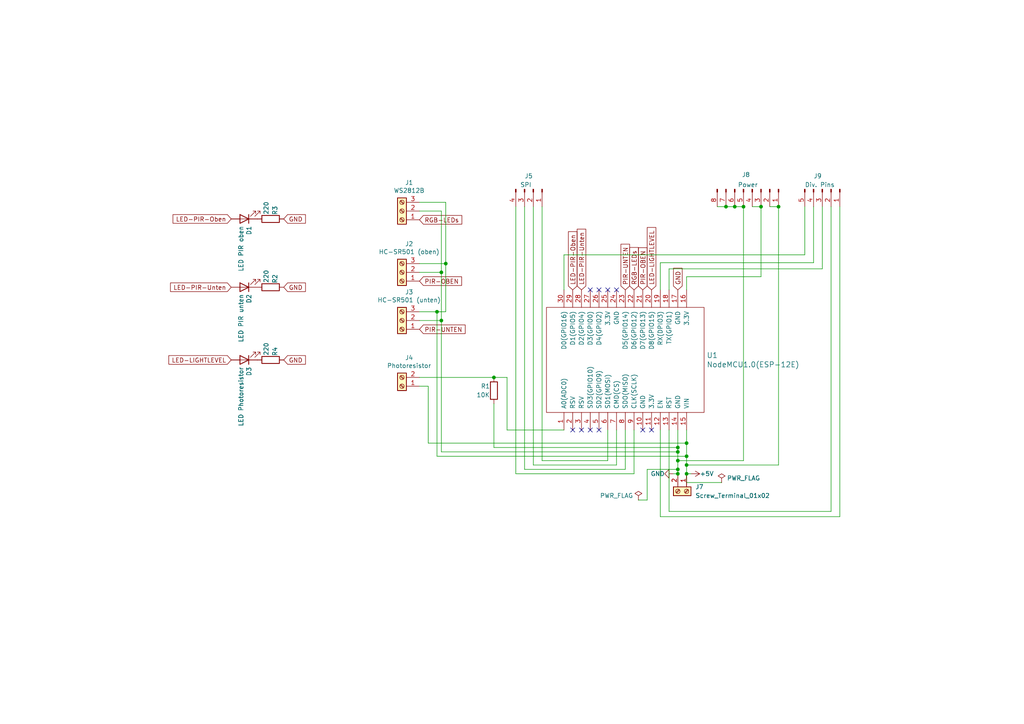
<source format=kicad_sch>
(kicad_sch (version 20250114) (generator "eeschema") (generator_version "9.0")
  (paper "A4")
  (title_block (title "RGB-Treppenbeleuchtung") (date "2021-06-22") (rev "V1.1") (company "SmartHome yourself") (comment 1 "Scheidler IT Solutions"))
  (lib_symbols
    (symbol "Connector:Screw_Terminal_01x02" (pin_names (offset 1.016) (hide yes))
      (property "Reference" "J" (at 0 2.54 0))
      (property "Value" "Screw_Terminal_01x02" (at 0 -5.08 0))
      (symbol "Screw_Terminal_01x02_1_1"
        (rectangle (start -1.27 1.27) (end 1.27 -3.81) (stroke (width 0.254)) (fill (type background)))
        (polyline (pts (xy -0.5334 0.3302) (xy 0.3302 -0.508)) (stroke (width 0.1524)))
        (polyline (pts (xy -0.5334 -2.2098) (xy 0.3302 -3.048)) (stroke (width 0.1524)))
        (polyline (pts (xy -0.3556 0.508) (xy 0.508 -0.3302)) (stroke (width 0.1524)))
        (polyline (pts (xy -0.3556 -2.032) (xy 0.508 -2.8702)) (stroke (width 0.1524)))
        (circle (center 0 0) (radius 0.635) (stroke (width 0.1524)))
        (circle (center 0 -2.54) (radius 0.635) (stroke (width 0.1524)))
        (pin passive line (at -5.08 0 0) (length 3.81) (name "Pin_1") (number "1"))
        (pin passive line (at -5.08 -2.54 0) (length 3.81) (name "Pin_2") (number "2"))
      )
    )
    (symbol "Connector:Screw_Terminal_01x03" (pin_names (offset 1.016) (hide yes))
      (property "Reference" "J" (at 0 5.08 0))
      (property "Value" "Screw_Terminal_01x03" (at 0 -5.08 0))
      (symbol "Screw_Terminal_01x03_1_1"
        (rectangle (start -1.27 3.81) (end 1.27 -3.81) (stroke (width 0.254)) (fill (type background)))
        (polyline (pts (xy -0.5334 2.8702) (xy 0.3302 2.032)) (stroke (width 0.1524)))
        (polyline (pts (xy -0.5334 0.3302) (xy 0.3302 -0.508)) (stroke (width 0.1524)))
        (polyline (pts (xy -0.5334 -2.2098) (xy 0.3302 -3.048)) (stroke (width 0.1524)))
        (polyline (pts (xy -0.3556 3.048) (xy 0.508 2.2098)) (stroke (width 0.1524)))
        (polyline (pts (xy -0.3556 0.508) (xy 0.508 -0.3302)) (stroke (width 0.1524)))
        (polyline (pts (xy -0.3556 -2.032) (xy 0.508 -2.8702)) (stroke (width 0.1524)))
        (circle (center 0 2.54) (radius 0.635) (stroke (width 0.1524)))
        (circle (center 0 0) (radius 0.635) (stroke (width 0.1524)))
        (circle (center 0 -2.54) (radius 0.635) (stroke (width 0.1524)))
        (pin passive line (at -5.08 2.54 0) (length 3.81) (name "Pin_1") (number "1"))
        (pin passive line (at -5.08 0 0) (length 3.81) (name "Pin_2") (number "2"))
        (pin passive line (at -5.08 -2.54 0) (length 3.81) (name "Pin_3") (number "3"))
      )
    )
    (symbol "Device:LED" (pin_numbers (hide yes)) (pin_names (offset 1.016) (hide yes))
      (property "Reference" "D" (at 0 2.54 0))
      (property "Value" "LED" (at 0 -2.54 0))
      (symbol "LED_0_1"
        (polyline (pts (xy -3.048 -0.762) (xy -4.572 -2.286) (xy -3.81 -2.286) (xy -4.572 -2.286) (xy -4.572 -1.524)))
        (polyline (pts (xy -1.778 -0.762) (xy -3.302 -2.286) (xy -2.54 -2.286) (xy -3.302 -2.286) (xy -3.302 -1.524)))
        (polyline (pts (xy -1.27 0) (xy 1.27 0)))
        (polyline (pts (xy -1.27 -1.27) (xy -1.27 1.27)) (stroke (width 0.254)))
        (polyline (pts (xy 1.27 -1.27) (xy 1.27 1.27) (xy -1.27 0) (xy 1.27 -1.27)) (stroke (width 0.254)))
      )
      (symbol "LED_1_1"
        (pin passive line (at -3.81 0 0) (length 2.54) (name "K") (number "1"))
        (pin passive line (at 3.81 0 180) (length 2.54) (name "A") (number "2"))
      )
    )
    (symbol "Device:R" (pin_numbers (hide yes)) (pin_names (offset 0))
      (property "Reference" "R" (at 2.032 0 90))
      (property "Value" "R" (at 0 0 90))
      (symbol "R_0_1"
        (rectangle (start -1.016 -2.54) (end 1.016 2.54) (stroke (width 0.254)))
      )
      (symbol "R_1_1"
        (pin passive line (at 0 3.81 270) (length 1.27) (name "~") (number "1"))
        (pin passive line (at 0 -3.81 90) (length 1.27) (name "~") (number "2"))
      )
    )
    (symbol "RGB_Treppe-rescue:Conn_01x04_Male-Connector" (pin_names (offset 1.016) (hide yes))
      (property "Reference" "J" (at 0 5.08 0))
      (property "Value" "Connector_Conn_01x04_Male" (at 0 -7.62 0))
      (symbol "Conn_01x04_Male-Connector_1_1"
        (rectangle (start 0.8636 2.667) (end 0 2.413) (stroke (width 0.1524)) (fill (type outline)))
        (rectangle (start 0.8636 0.127) (end 0 -0.127) (stroke (width 0.1524)) (fill (type outline)))
        (rectangle (start 0.8636 -2.413) (end 0 -2.667) (stroke (width 0.1524)) (fill (type outline)))
        (rectangle (start 0.8636 -4.953) (end 0 -5.207) (stroke (width 0.1524)) (fill (type outline)))
        (polyline (pts (xy 1.27 2.54) (xy 0.8636 2.54)) (stroke (width 0.1524)))
        (polyline (pts (xy 1.27 0) (xy 0.8636 0)) (stroke (width 0.1524)))
        (polyline (pts (xy 1.27 -2.54) (xy 0.8636 -2.54)) (stroke (width 0.1524)))
        (polyline (pts (xy 1.27 -5.08) (xy 0.8636 -5.08)) (stroke (width 0.1524)))
        (pin passive line (at 5.08 2.54 180) (length 3.81) (name "Pin_1") (number "1"))
        (pin passive line (at 5.08 0 180) (length 3.81) (name "Pin_2") (number "2"))
        (pin passive line (at 5.08 -2.54 180) (length 3.81) (name "Pin_3") (number "3"))
        (pin passive line (at 5.08 -5.08 180) (length 3.81) (name "Pin_4") (number "4"))
      )
    )
    (symbol "RGB_Treppe-rescue:Conn_01x05_Male-Connector" (pin_names (offset 1.016) (hide yes))
      (property "Reference" "J" (at 0 7.62 0))
      (property "Value" "Connector_Conn_01x05_Male" (at 0 -7.62 0))
      (symbol "Conn_01x05_Male-Connector_1_1"
        (rectangle (start 0.8636 5.207) (end 0 4.953) (stroke (width 0.1524)) (fill (type outline)))
        (rectangle (start 0.8636 2.667) (end 0 2.413) (stroke (width 0.1524)) (fill (type outline)))
        (rectangle (start 0.8636 0.127) (end 0 -0.127) (stroke (width 0.1524)) (fill (type outline)))
        (rectangle (start 0.8636 -2.413) (end 0 -2.667) (stroke (width 0.1524)) (fill (type outline)))
        (rectangle (start 0.8636 -4.953) (end 0 -5.207) (stroke (width 0.1524)) (fill (type outline)))
        (polyline (pts (xy 1.27 5.08) (xy 0.8636 5.08)) (stroke (width 0.1524)))
        (polyline (pts (xy 1.27 2.54) (xy 0.8636 2.54)) (stroke (width 0.1524)))
        (polyline (pts (xy 1.27 0) (xy 0.8636 0)) (stroke (width 0.1524)))
        (polyline (pts (xy 1.27 -2.54) (xy 0.8636 -2.54)) (stroke (width 0.1524)))
        (polyline (pts (xy 1.27 -5.08) (xy 0.8636 -5.08)) (stroke (width 0.1524)))
        (pin passive line (at 5.08 5.08 180) (length 3.81) (name "Pin_1") (number "1"))
        (pin passive line (at 5.08 2.54 180) (length 3.81) (name "Pin_2") (number "2"))
        (pin passive line (at 5.08 0 180) (length 3.81) (name "Pin_3") (number "3"))
        (pin passive line (at 5.08 -2.54 180) (length 3.81) (name "Pin_4") (number "4"))
        (pin passive line (at 5.08 -5.08 180) (length 3.81) (name "Pin_5") (number "5"))
      )
    )
    (symbol "RGB_Treppe-rescue:Conn_01x08_Male-Connector" (pin_names (offset 1.016) (hide yes))
      (property "Reference" "J" (at 0 10.16 0))
      (property "Value" "Connector_Conn_01x08_Male" (at 0 -12.7 0))
      (symbol "Conn_01x08_Male-Connector_1_1"
        (rectangle (start 0.8636 7.747) (end 0 7.493) (stroke (width 0.1524)) (fill (type outline)))
        (rectangle (start 0.8636 5.207) (end 0 4.953) (stroke (width 0.1524)) (fill (type outline)))
        (rectangle (start 0.8636 2.667) (end 0 2.413) (stroke (width 0.1524)) (fill (type outline)))
        (rectangle (start 0.8636 0.127) (end 0 -0.127) (stroke (width 0.1524)) (fill (type outline)))
        (rectangle (start 0.8636 -2.413) (end 0 -2.667) (stroke (width 0.1524)) (fill (type outline)))
        (rectangle (start 0.8636 -4.953) (end 0 -5.207) (stroke (width 0.1524)) (fill (type outline)))
        (rectangle (start 0.8636 -7.493) (end 0 -7.747) (stroke (width 0.1524)) (fill (type outline)))
        (rectangle (start 0.8636 -10.033) (end 0 -10.287) (stroke (width 0.1524)) (fill (type outline)))
        (polyline (pts (xy 1.27 7.62) (xy 0.8636 7.62)) (stroke (width 0.1524)))
        (polyline (pts (xy 1.27 5.08) (xy 0.8636 5.08)) (stroke (width 0.1524)))
        (polyline (pts (xy 1.27 2.54) (xy 0.8636 2.54)) (stroke (width 0.1524)))
        (polyline (pts (xy 1.27 0) (xy 0.8636 0)) (stroke (width 0.1524)))
        (polyline (pts (xy 1.27 -2.54) (xy 0.8636 -2.54)) (stroke (width 0.1524)))
        (polyline (pts (xy 1.27 -5.08) (xy 0.8636 -5.08)) (stroke (width 0.1524)))
        (polyline (pts (xy 1.27 -7.62) (xy 0.8636 -7.62)) (stroke (width 0.1524)))
        (polyline (pts (xy 1.27 -10.16) (xy 0.8636 -10.16)) (stroke (width 0.1524)))
        (pin passive line (at 5.08 7.62 180) (length 3.81) (name "Pin_1") (number "1"))
        (pin passive line (at 5.08 5.08 180) (length 3.81) (name "Pin_2") (number "2"))
        (pin passive line (at 5.08 2.54 180) (length 3.81) (name "Pin_3") (number "3"))
        (pin passive line (at 5.08 0 180) (length 3.81) (name "Pin_4") (number "4"))
        (pin passive line (at 5.08 -2.54 180) (length 3.81) (name "Pin_5") (number "5"))
        (pin passive line (at 5.08 -5.08 180) (length 3.81) (name "Pin_6") (number "6"))
        (pin passive line (at 5.08 -7.62 180) (length 3.81) (name "Pin_7") (number "7"))
        (pin passive line (at 5.08 -10.16 180) (length 3.81) (name "Pin_8") (number "8"))
      )
    )
    (symbol "RGB_Treppe-rescue:NodeMCU1.0(ESP-12E)-mcu" (pin_names (offset 1.016))
      (property "Reference" "U" (at 0 21.59 0))
      (property "Value" "mcu_NodeMCU1.0(ESP-12E)" (at 0 -21.59 0))
      (symbol "NodeMCU1.0(ESP-12E)-mcu_0_1"
        (rectangle (start -15.24 -22.86) (end 15.24 22.86))
      )
      (symbol "NodeMCU1.0(ESP-12E)-mcu_1_1"
        (pin input line (at -20.32 17.78 0) (length 5.08) (name "A0(ADC0)") (number "1"))
        (pin input line (at -20.32 15.24 0) (length 5.08) (name "RSV") (number "2"))
        (pin input line (at -20.32 12.7 0) (length 5.08) (name "RSV") (number "3"))
        (pin input line (at -20.32 10.16 0) (length 5.08) (name "SD3(GPIO10)") (number "4"))
        (pin input line (at -20.32 7.62 0) (length 5.08) (name "SD2(GPIO9)") (number "5"))
        (pin input line (at -20.32 5.08 0) (length 5.08) (name "SD1(MOSI)") (number "6"))
        (pin input line (at -20.32 2.54 0) (length 5.08) (name "CMD(CS)") (number "7"))
        (pin input line (at -20.32 0 0) (length 5.08) (name "SDO(MISO)") (number "8"))
        (pin input line (at -20.32 -2.54 0) (length 5.08) (name "CLK(SCLK)") (number "9"))
        (pin input line (at -20.32 -5.08 0) (length 5.08) (name "GND") (number "10"))
        (pin input line (at -20.32 -7.62 0) (length 5.08) (name "3.3V") (number "11"))
        (pin input line (at -20.32 -10.16 0) (length 5.08) (name "EN") (number "12"))
        (pin input line (at -20.32 -12.7 0) (length 5.08) (name "RST") (number "13"))
        (pin input line (at -20.32 -15.24 0) (length 5.08) (name "GND") (number "14"))
        (pin input line (at -20.32 -17.78 0) (length 5.08) (name "VIN") (number "15"))
        (pin input line (at 20.32 17.78 180) (length 5.08) (name "D0(GPIO16)") (number "30"))
        (pin input line (at 20.32 15.24 180) (length 5.08) (name "D1(GPIO5)") (number "29"))
        (pin input line (at 20.32 12.7 180) (length 5.08) (name "D2(GPIO4)") (number "28"))
        (pin input line (at 20.32 10.16 180) (length 5.08) (name "D3(GPIO0)") (number "27"))
        (pin input line (at 20.32 7.62 180) (length 5.08) (name "D4(GPIO2)") (number "26"))
        (pin input line (at 20.32 5.08 180) (length 5.08) (name "3.3V") (number "25"))
        (pin input line (at 20.32 2.54 180) (length 5.08) (name "GND") (number "24"))
        (pin input line (at 20.32 0 180) (length 5.08) (name "D5(GPIO14)") (number "23"))
        (pin input line (at 20.32 -2.54 180) (length 5.08) (name "D6(GPIO12)") (number "22"))
        (pin input line (at 20.32 -5.08 180) (length 5.08) (name "D7(GPIO13)") (number "21"))
        (pin input line (at 20.32 -7.62 180) (length 5.08) (name "D8(GPIO15)") (number "20"))
        (pin input line (at 20.32 -10.16 180) (length 5.08) (name "RX(DPIO3)") (number "19"))
        (pin input line (at 20.32 -12.7 180) (length 5.08) (name "TX(GPIO1)") (number "18"))
        (pin input line (at 20.32 -15.24 180) (length 5.08) (name "GND") (number "17"))
        (pin input line (at 20.32 -17.78 180) (length 5.08) (name "3.3V") (number "16"))
      )
    )
    (symbol "power:+5V" (power) (pin_names (offset 0))
      (property "Value" "+5V" (at 0 3.556 0))
      (symbol "+5V_0_1"
        (polyline (pts (xy -0.762 1.27) (xy 0 2.54)))
        (polyline (pts (xy 0 2.54) (xy 0.762 1.27)))
        (polyline (pts (xy 0 0) (xy 0 2.54)))
      )
      (symbol "+5V_1_1"
        (pin power_in line (at 0 0 90) (length 0) (hide yes) (name "+5V") (number "1"))
      )
    )
    (symbol "power:GND" (power) (pin_names (offset 0))
      (property "Value" "GND" (at 0 -3.81 0))
      (symbol "GND_0_1"
        (polyline (pts (xy 0 0) (xy 0 -1.27) (xy 1.27 -1.27) (xy 0 -2.54) (xy -1.27 -1.27) (xy 0 -1.27)))
      )
      (symbol "GND_1_1"
        (pin power_in line (at 0 0 270) (length 0) (hide yes) (name "GND") (number "1"))
      )
    )
    (symbol "power:PWR_FLAG" (power) (pin_numbers (hide yes)) (pin_names (offset 0) (hide yes))
      (property "Value" "PWR_FLAG" (at 0 3.81 0))
      (symbol "PWR_FLAG_0_0"
        (pin power_out line (at 0 0 90) (length 0) (name "pwr") (number "1"))
      )
      (symbol "PWR_FLAG_0_1"
        (polyline (pts (xy 0 0) (xy 0 1.27) (xy -1.016 1.905) (xy 0 2.54) (xy 1.016 1.905) (xy 0 1.27)))
      )
    )
  )
  (junction (at 199.136 132.334))
  (junction (at 199.136 134.874))
  (junction (at 199.136 137.414))
  (junction (at 225.806 59.944))
  (junction (at 199.136 128.524))
  (junction (at 196.596 137.414))
  (junction (at 196.596 131.064))
  (junction (at 126.746 90.424))
  (junction (at 210.566 59.944))
  (junction (at 128.016 78.994))
  (junction (at 215.646 59.944))
  (junction (at 129.286 76.454))
  (junction (at 220.726 59.944))
  (junction (at 196.596 129.794))
  (junction (at 196.596 133.604))
  (junction (at 196.596 136.144))
  (junction (at 143.256 109.474))
  (junction (at 128.016 92.964))
  (junction (at 213.106 59.944))
  (no_connect (at 188.976 124.714))
  (no_connect (at 168.656 124.714))
  (no_connect (at 166.116 124.714))
  (no_connect (at 186.436 124.714))
  (no_connect (at 173.736 124.714))
  (no_connect (at 176.276 84.074))
  (no_connect (at 178.816 84.074))
  (no_connect (at 171.196 84.074))
  (no_connect (at 173.736 84.074))
  (no_connect (at 171.196 124.714))
  (wire (pts (xy 181.356 136.144) (xy 181.356 124.714)))
  (wire (pts (xy 183.896 124.714) (xy 183.896 137.414)))
  (wire (pts (xy 210.566 59.944) (xy 213.106 59.944)))
  (wire (pts (xy 176.276 133.604) (xy 176.276 124.714)))
  (wire (pts (xy 199.136 137.414) (xy 200.406 137.414)))
  (wire (pts (xy 128.016 61.214) (xy 128.016 78.994)))
  (wire (pts (xy 195.326 137.414) (xy 196.596 137.414)))
  (wire (pts (xy 121.666 112.014) (xy 124.206 112.014)))
  (wire (pts (xy 152.146 59.944) (xy 152.146 136.144)))
  (wire (pts (xy 241.046 59.944) (xy 241.046 148.336)))
  (wire (pts (xy 233.426 59.944) (xy 233.426 73.914)))
  (wire (pts (xy 191.516 76.2) (xy 191.516 84.074)))
  (wire (pts (xy 152.146 136.144) (xy 181.356 136.144)))
  (wire (pts (xy 187.706 136.144) (xy 187.706 145.034)))
  (wire (pts (xy 196.596 136.144) (xy 187.706 136.144)))
  (wire (pts (xy 143.256 117.094) (xy 143.256 129.794)))
  (wire (pts (xy 121.666 58.674) (xy 129.286 58.674)))
  (wire (pts (xy 124.206 112.014) (xy 124.206 128.524)))
  (wire (pts (xy 194.056 148.336) (xy 194.056 124.714)))
  (wire (pts (xy 233.426 73.914) (xy 163.576 73.914)))
  (wire (pts (xy 199.136 134.874) (xy 225.806 134.874)))
  (wire (pts (xy 157.226 59.944) (xy 157.226 133.604)))
  (wire (pts (xy 121.666 61.214) (xy 128.016 61.214)))
  (wire (pts (xy 223.266 59.944) (xy 225.806 59.944)))
  (wire (pts (xy 178.816 124.714) (xy 178.816 134.874)))
  (wire (pts (xy 225.806 59.944) (xy 225.806 134.874)))
  (wire (pts (xy 213.106 59.944) (xy 215.646 59.944)))
  (wire (pts (xy 128.016 78.994) (xy 128.016 92.964)))
  (wire (pts (xy 126.746 132.334) (xy 126.746 90.424)))
  (wire (pts (xy 143.256 129.794) (xy 196.596 129.794)))
  (wire (pts (xy 243.586 149.86) (xy 243.586 59.944)))
  (wire (pts (xy 215.646 133.604) (xy 196.596 133.604)))
  (wire (pts (xy 235.966 76.2) (xy 191.516 76.2)))
  (wire (pts (xy 129.286 90.424) (xy 126.746 90.424)))
  (wire (pts (xy 209.296 139.954) (xy 199.136 139.954)))
  (wire (pts (xy 199.136 139.954) (xy 199.136 137.414)))
  (wire (pts (xy 129.286 76.454) (xy 129.286 90.424)))
  (wire (pts (xy 238.506 77.978) (xy 238.506 59.944)))
  (wire (pts (xy 129.286 76.454) (xy 121.666 76.454)))
  (wire (pts (xy 199.136 80.264) (xy 220.726 80.264)))
  (wire (pts (xy 128.016 78.994) (xy 121.666 78.994)))
  (wire (pts (xy 191.516 149.86) (xy 243.586 149.86)))
  (wire (pts (xy 194.056 77.978) (xy 238.506 77.978)))
  (wire (pts (xy 126.746 90.424) (xy 121.666 90.424)))
  (wire (pts (xy 191.516 124.714) (xy 191.516 149.86)))
  (wire (pts (xy 128.016 131.064) (xy 196.596 131.064)))
  (wire (pts (xy 196.596 129.794) (xy 196.596 131.064)))
  (wire (pts (xy 178.816 134.874) (xy 154.686 134.874)))
  (wire (pts (xy 199.136 132.334) (xy 126.746 132.334)))
  (wire (pts (xy 128.016 92.964) (xy 121.666 92.964)))
  (wire (pts (xy 235.966 59.944) (xy 235.966 76.2)))
  (wire (pts (xy 143.256 109.474) (xy 147.066 109.474)))
  (wire (pts (xy 199.136 128.524) (xy 199.136 132.334)))
  (wire (pts (xy 154.686 134.874) (xy 154.686 59.944)))
  (wire (pts (xy 183.896 137.414) (xy 149.606 137.414)))
  (wire (pts (xy 187.706 145.034) (xy 185.166 145.034)))
  (wire (pts (xy 121.666 109.474) (xy 143.256 109.474)))
  (wire (pts (xy 218.186 59.944) (xy 220.726 59.944)))
  (wire (pts (xy 199.136 124.714) (xy 199.136 128.524)))
  (wire (pts (xy 215.646 59.944) (xy 215.646 133.604)))
  (wire (pts (xy 199.136 134.874) (xy 199.136 137.414)))
  (wire (pts (xy 220.726 80.264) (xy 220.726 59.944)))
  (wire (pts (xy 124.206 128.524) (xy 199.136 128.524)))
  (wire (pts (xy 208.026 59.944) (xy 210.566 59.944)))
  (wire (pts (xy 196.596 136.144) (xy 196.596 137.414)))
  (wire (pts (xy 149.606 137.414) (xy 149.606 59.944)))
  (wire (pts (xy 199.136 132.334) (xy 199.136 134.874)))
  (wire (pts (xy 128.016 92.964) (xy 128.016 131.064)))
  (wire (pts (xy 157.226 133.604) (xy 176.276 133.604)))
  (wire (pts (xy 194.056 84.074) (xy 194.056 77.978)))
  (wire (pts (xy 241.046 148.336) (xy 194.056 148.336)))
  (wire (pts (xy 147.066 109.474) (xy 147.066 124.714)))
  (wire (pts (xy 199.136 84.074) (xy 199.136 80.264)))
  (wire (pts (xy 196.596 131.064) (xy 196.596 133.604)))
  (wire (pts (xy 129.286 58.674) (xy 129.286 76.454)))
  (wire (pts (xy 147.066 124.714) (xy 163.576 124.714)))
  (wire (pts (xy 196.596 124.714) (xy 196.596 129.794)))
  (wire (pts (xy 196.596 133.604) (xy 196.596 136.144)))
  (wire (pts (xy 163.576 73.914) (xy 163.576 84.074)))
  (global_label "LED-PIR-Unten" (shape input) (at 67.056 83.312 180) (property "Intersheetrefs" "${INTERSHEET_REFS}" (effects (hide yes))))
  (global_label "GND" (shape input) (at 82.296 83.312 0) (property "Intersheetrefs" "${INTERSHEET_REFS}" (effects (hide yes))))
  (global_label "GND" (shape input) (at 82.296 63.5 0) (property "Intersheetrefs" "${INTERSHEET_REFS}" (effects (hide yes))))
  (global_label "PIR-UNTEN" (shape input) (at 181.356 84.074 90) (property "Intersheetrefs" "${INTERSHEET_REFS}" (effects (hide yes))))
  (global_label "PIR-UNTEN" (shape input) (at 121.666 95.504 0) (property "Intersheetrefs" "${INTERSHEET_REFS}" (effects (hide yes))))
  (global_label "GND" (shape input) (at 196.596 84.074 90) (property "Intersheetrefs" "${INTERSHEET_REFS}" (effects (hide yes))))
  (global_label "PIR-OBEN" (shape input) (at 121.666 81.534 0) (property "Intersheetrefs" "${INTERSHEET_REFS}" (effects (hide yes))))
  (global_label "PIR-OBEN" (shape input) (at 186.436 84.074 90) (property "Intersheetrefs" "${INTERSHEET_REFS}" (effects (hide yes))))
  (global_label "LED-LIGHTLEVEL" (shape input) (at 67.056 104.394 180) (property "Intersheetrefs" "${INTERSHEET_REFS}" (effects (hide yes))))
  (global_label "LED-PIR-Unten" (shape input) (at 168.656 84.074 90) (property "Intersheetrefs" "${INTERSHEET_REFS}" (effects (hide yes))))
  (global_label "RGB-LEDs" (shape input) (at 183.896 84.074 90) (property "Intersheetrefs" "${INTERSHEET_REFS}" (effects (hide yes))))
  (global_label "LED-PIR-Oben" (shape input) (at 166.116 84.074 90) (property "Intersheetrefs" "${INTERSHEET_REFS}" (effects (hide yes))))
  (global_label "GND" (shape input) (at 82.296 104.394 0) (property "Intersheetrefs" "${INTERSHEET_REFS}" (effects (hide yes))))
  (global_label "LED-PIR-Oben" (shape input) (at 67.056 63.5 180) (property "Intersheetrefs" "${INTERSHEET_REFS}" (effects (hide yes))))
  (global_label "RGB-LEDs" (shape input) (at 121.666 63.754 0) (property "Intersheetrefs" "${INTERSHEET_REFS}" (effects (hide yes))))
  (global_label "LED-LIGHTLEVEL" (shape input) (at 188.976 84.074 90) (property "Intersheetrefs" "${INTERSHEET_REFS}" (effects (hide yes))))
  (symbol (lib_id "RGB_Treppe-rescue:NodeMCU1.0(ESP-12E)-mcu") (at 181.356 104.394 90) (unit 1)
    (property "Reference" "U1" (at 204.9272 103.0478 90) (effects (font (size 1.524 1.524)) (justify right)))
    (property "Value" "NodeMCU1.0(ESP-12E)" (at 204.9272 105.7402 90) (effects (font (size 1.524 1.524)) (justify right)))
    (property "Footprint" "mcu:NodeMCU1.0(12-E)" (effects (hide yes)))
  )
  (symbol (lib_id "Connector:Screw_Terminal_01x02") (at 199.136 142.494 270) (unit 1)
    (property "Reference" "J7" (at 201.676 141.224 90) (effects (justify left)))
    (property "Value" "Screw_Terminal_01x02" (at 201.676 143.764 90) (effects (justify left)))
    (property "Footprint" "TerminalBlocks_Phoenix:TerminalBlock_Phoenix_PT-3.5mm_2pol" (effects (hide yes)))
  )
  (symbol (lib_id "Connector:Screw_Terminal_01x03") (at 116.586 61.214 180) (unit 1)
    (property "Reference" "J1" (at 118.6688 52.959 0))
    (property "Value" "WS2812B" (at 118.6688 55.2704 0))
    (property "Footprint" "TerminalBlocks_Phoenix:TerminalBlock_Phoenix_MPT-2.54mm_3pol" (effects (hide yes)))
  )
  (symbol (lib_id "Connector:Screw_Terminal_01x03") (at 116.586 78.994 180) (unit 1)
    (property "Reference" "J2" (at 118.6688 70.739 0))
    (property "Value" "HC-SR501 (oben)" (at 118.6688 73.0504 0))
    (property "Footprint" "TerminalBlocks_Phoenix:TerminalBlock_Phoenix_MPT-2.54mm_3pol" (effects (hide yes)))
  )
  (symbol (lib_id "Connector:Screw_Terminal_01x03") (at 116.586 92.964 180) (unit 1)
    (property "Reference" "J3" (at 118.6688 84.709 0))
    (property "Value" "HC-SR501 (unten)" (at 118.6688 87.0204 0))
    (property "Footprint" "TerminalBlocks_Phoenix:TerminalBlock_Phoenix_MPT-2.54mm_3pol" (effects (hide yes)))
  )
  (symbol (lib_id "Connector:Screw_Terminal_01x02") (at 116.586 112.014 180) (unit 1)
    (property "Reference" "J4" (at 118.6688 103.759 0))
    (property "Value" "Photoresistor" (at 118.6688 106.0704 0))
    (property "Footprint" "TerminalBlocks_Phoenix:TerminalBlock_Phoenix_MPT-2.54mm_2pol" (effects (hide yes)))
  )
  (symbol (lib_id "Device:R") (at 143.256 113.284 0) (unit 1)
    (property "Reference" "R1" (at 139.446 112.014 0) (effects (justify left)))
    (property "Value" "10K" (at 138.176 114.554 0) (effects (justify left)))
    (property "Footprint" "Resistors_THT:R_Axial_DIN0411_L9.9mm_D3.6mm_P12.70mm_Horizontal" (effects (hide yes)))
  )
  (symbol (lib_id "power:+5V") (at 200.406 137.414 270) (unit 1)
    (property "Reference" "#PWR0102" (effects (hide yes)))
    (property "Value" "+5V" (at 202.946 137.414 90) (effects (justify left)))
  )
  (symbol (lib_id "power:GND") (at 195.326 137.414 270) (unit 1)
    (property "Reference" "#PWR0101" (effects (hide yes)))
    (property "Value" "GND" (at 192.786 137.414 90) (effects (justify right)))
  )
  (symbol (lib_id "RGB_Treppe-rescue:Conn_01x08_Male-Connector") (at 218.186 54.864 270) (unit 1)
    (property "Reference" "J8" (at 216.3572 50.673 90))
    (property "Value" "Power" (at 216.916 53.594 90))
    (property "Footprint" "Pin_Headers:Pin_Header_Straight_1x08_Pitch2.54mm" (effects (hide yes)))
  )
  (symbol (lib_id "RGB_Treppe-rescue:Conn_01x04_Male-Connector") (at 154.686 54.864 270) (unit 1)
    (property "Reference" "J5" (at 152.146 51.054 90) (effects (justify left)))
    (property "Value" "SPI" (at 150.876 53.594 90) (effects (justify left)))
    (property "Footprint" "Pin_Headers:Pin_Header_Straight_1x04_Pitch2.54mm" (effects (hide yes)))
  )
  (symbol (lib_id "Device:LED") (at 70.866 63.5 180) (unit 1)
    (property "Reference" "D1" (at 72.2122 65.5066 90) (effects (justify left)))
    (property "Value" "LED PIR oben" (at 69.9008 65.5066 90) (effects (justify left)))
    (property "Footprint" "LEDs:LED_D5.0mm" (effects (hide yes)))
  )
  (symbol (lib_id "Device:LED") (at 70.866 83.312 180) (unit 1)
    (property "Reference" "D2" (at 72.2122 85.2932 90) (effects (justify left)))
    (property "Value" "LED PIR unten" (at 69.9008 85.2932 90) (effects (justify left)))
    (property "Footprint" "LEDs:LED_D5.0mm" (effects (hide yes)))
  )
  (symbol (lib_id "Device:R") (at 78.486 83.312 270) (unit 1)
    (property "Reference" "R2" (at 79.756 79.502 0) (effects (justify left)))
    (property "Value" "220" (at 77.216 78.232 0) (effects (justify left)))
    (property "Footprint" "Resistors_THT:R_Axial_DIN0411_L9.9mm_D3.6mm_P12.70mm_Horizontal" (effects (hide yes)))
  )
  (symbol (lib_id "Device:LED") (at 70.866 104.394 180) (unit 1)
    (property "Reference" "D3" (at 72.2122 106.4006 90) (effects (justify left)))
    (property "Value" "LED Photoresistor" (at 69.9008 106.4006 90) (effects (justify left)))
    (property "Footprint" "LEDs:LED_D5.0mm" (effects (hide yes)))
  )
  (symbol (lib_id "RGB_Treppe-rescue:Conn_01x05_Male-Connector") (at 238.506 54.864 270) (unit 1)
    (property "Reference" "J9" (at 235.966 51.054 90) (effects (justify left)))
    (property "Value" "Div. Pins" (at 233.426 53.594 90) (effects (justify left)))
    (property "Footprint" "Pin_Headers:Pin_Header_Straight_1x05_Pitch2.54mm" (effects (hide yes)))
  )
  (symbol (lib_id "power:PWR_FLAG") (at 209.296 139.954 0) (unit 1)
    (property "Reference" "#FLG0101" (effects (hide yes)))
    (property "Value" "PWR_FLAG" (at 215.646 138.684 0))
  )
  (symbol (lib_id "power:PWR_FLAG") (at 185.166 145.034 0) (unit 1)
    (property "Reference" "#FLG0102" (effects (hide yes)))
    (property "Value" "PWR_FLAG" (at 178.816 143.764 0))
  )
  (symbol (lib_id "Device:R") (at 78.486 63.5 270) (unit 1)
    (property "Reference" "R3" (at 79.756 59.69 0) (effects (justify left)))
    (property "Value" "220" (at 77.216 58.42 0) (effects (justify left)))
    (property "Footprint" "Resistors_THT:R_Axial_DIN0411_L9.9mm_D3.6mm_P12.70mm_Horizontal" (effects (hide yes)))
  )
  (symbol (lib_id "Device:R") (at 78.486 104.394 270) (unit 1)
    (property "Reference" "R4" (at 79.756 100.584 0) (effects (justify left)))
    (property "Value" "220" (at 77.216 99.314 0) (effects (justify left)))
    (property "Footprint" "Resistors_THT:R_Axial_DIN0411_L9.9mm_D3.6mm_P12.70mm_Horizontal" (effects (hide yes)))
  )
)
</source>
